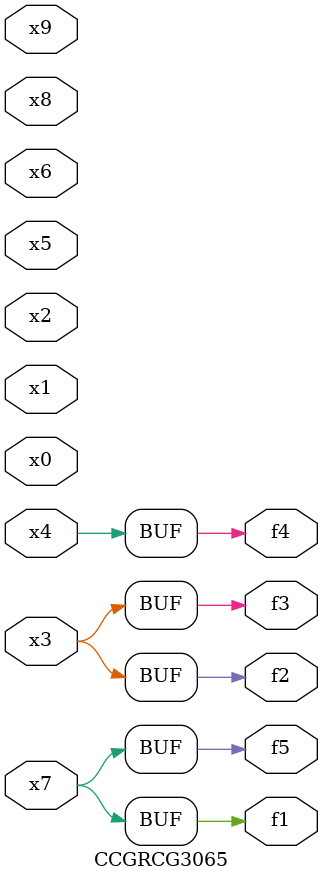
<source format=v>
module CCGRCG3065(
	input x0, x1, x2, x3, x4, x5, x6, x7, x8, x9,
	output f1, f2, f3, f4, f5
);
	assign f1 = x7;
	assign f2 = x3;
	assign f3 = x3;
	assign f4 = x4;
	assign f5 = x7;
endmodule

</source>
